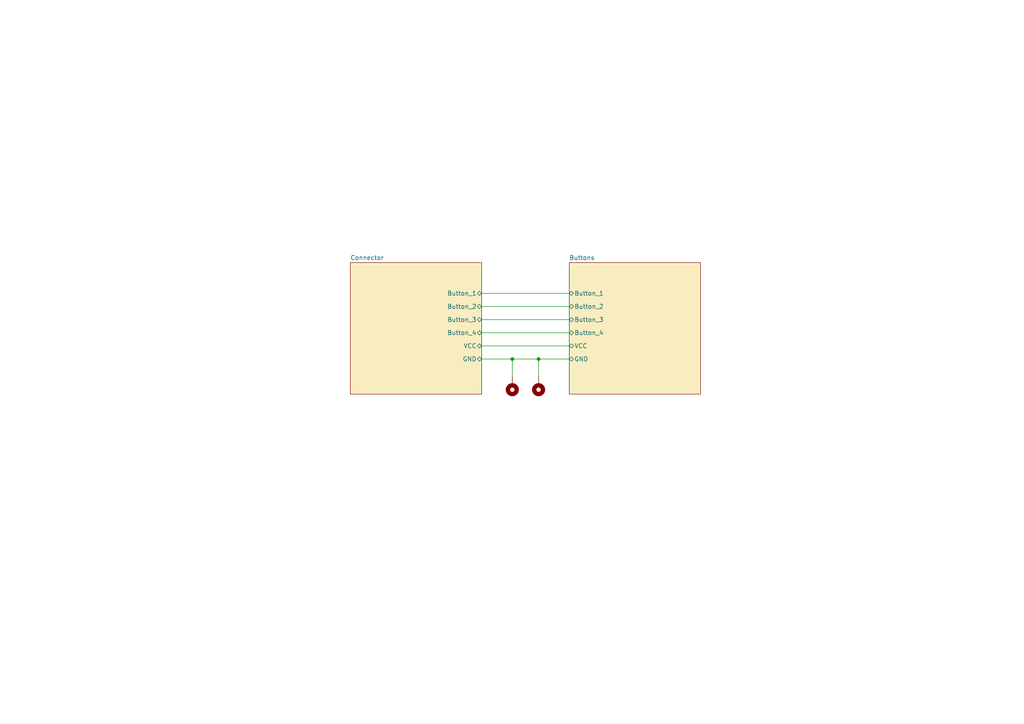
<source format=kicad_sch>
(kicad_sch (version 20231120) (generator "eeschema") (generator_version "8.0")
  (paper "A4")
  (lib_symbols
    (symbol "Mechanical:MountingHole_Pad" (pin_numbers hide) (pin_names (offset 1.016) hide) (exclude_from_sim yes) (in_bom no)
      (property "Reference" "H" (at 0 6.35 0))
      (property "Value" "MountingHole_Pad" (at 0 4.445 0))
      (symbol "MountingHole_Pad_0_1"
        (circle (center 0 1.27) (radius 1.27) (stroke (width 1.27)))
      )
      (symbol "MountingHole_Pad_1_1"
        (pin input line (at 0 -2.54 90) (length 2.54) (name "1") (number "1"))
      )
    )
  )
  (junction (at 148.59 104.14))
  (junction (at 156.21 104.14))
  (wire (pts (xy 148.59 104.14) (xy 156.21 104.14)))
  (wire (pts (xy 139.7 104.14) (xy 148.59 104.14)))
  (wire (pts (xy 139.7 100.33) (xy 165.1 100.33)))
  (wire (pts (xy 139.7 96.52) (xy 165.1 96.52)))
  (wire (pts (xy 156.21 104.14) (xy 156.21 109.22)))
  (wire (pts (xy 139.7 88.9) (xy 165.1 88.9)))
  (wire (pts (xy 148.59 104.14) (xy 148.59 109.22)))
  (wire (pts (xy 139.7 85.09) (xy 165.1 85.09)))
  (wire (pts (xy 156.21 104.14) (xy 165.1 104.14)))
  (wire (pts (xy 139.7 92.71) (xy 165.1 92.71)))
  (symbol (lib_id "Mechanical:MountingHole_Pad") (at 156.21 111.76 180) (unit 1) (exclude_from_sim yes) (in_bom no)
    (property "Reference" "H2" (effects (hide yes)))
    (property "Value" "MountingHole_Pad" (effects (hide yes)))
    (property "Footprint" "MountingHole:MountingHole_2.2mm_M2_DIN965_Pad" (effects (hide yes)))
    (property "Description" "Mounting Hole with connection" (effects (hide yes)))
  )
  (symbol (lib_id "Mechanical:MountingHole_Pad") (at 148.59 111.76 180) (unit 1) (exclude_from_sim yes) (in_bom no)
    (property "Reference" "H1" (effects (hide yes)))
    (property "Value" "MountingHole_Pad" (effects (hide yes)))
    (property "Footprint" "MountingHole:MountingHole_2.2mm_M2_DIN965_Pad" (effects (hide yes)))
    (property "Description" "Mounting Hole with connection" (effects (hide yes)))
  )
  (sheet (at 165.1 76.2) (size 38.1 38.1) (stroke (width 0.1524)) (fill (color 248 237 193 1.0000))
    (property "Sheetname" "Buttons" (at 165.1 75.4884 0) (effects (justify left bottom)))
    (property "Sheetfile" "buttons.kicad_sch" (effects (hide yes)))
    (pin "Button_2" bidirectional (at 165.1 88.9 180))
    (pin "Button_1" bidirectional (at 165.1 85.09 180))
    (pin "Button_4" bidirectional (at 165.1 96.52 180))
    (pin "GND" bidirectional (at 165.1 104.14 180))
    (pin "Button_3" bidirectional (at 165.1 92.71 180))
    (pin "VCC" bidirectional (at 165.1 100.33 180))
  )
  (sheet (at 101.6 76.2) (size 38.1 38.1) (stroke (width 0.1524)) (fill (color 248 237 193 1.0000))
    (property "Sheetname" "Connector" (at 101.6 75.4884 0) (effects (justify left bottom)))
    (property "Sheetfile" "connector.kicad_sch" (effects (hide yes)))
    (pin "Button_1" bidirectional (at 139.7 85.09 0))
    (pin "VCC" bidirectional (at 139.7 100.33 0))
    (pin "Button_2" bidirectional (at 139.7 88.9 0))
    (pin "Button_3" bidirectional (at 139.7 92.71 0))
    (pin "Button_4" bidirectional (at 139.7 96.52 0))
    (pin "GND" bidirectional (at 139.7 104.14 0))
  )
)
</source>
